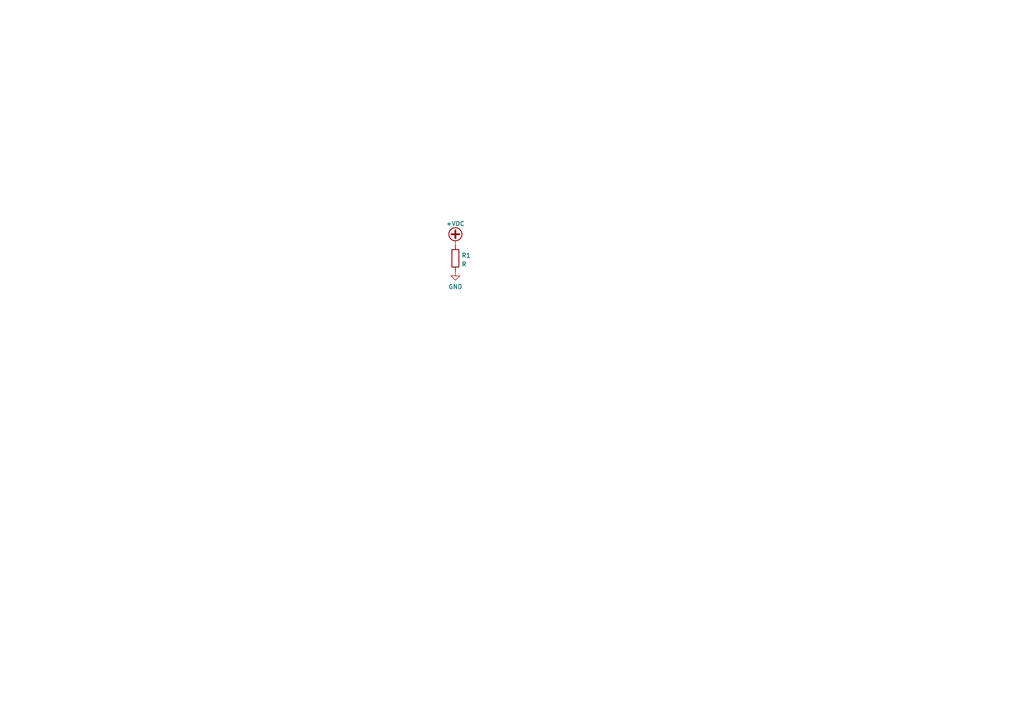
<source format=kicad_sch>
(kicad_sch (version 20211123) (generator eeschema)
  (paper "A4")
  (lib_symbols
    (symbol "Device:R" (pin_numbers hide) (pin_names (offset 0))
      (property "Reference" "R" (at 2.032 0 90))
      (property "Value" "R" (at 0 0 90))
      (symbol "R_0_1"
        (rectangle (start -1.016 -2.54) (end 1.016 2.54) (stroke (width 0.254)))
      )
      (symbol "R_1_1"
        (pin passive line (at 0 3.81 270) (length 1.27) (name "~") (number "1"))
        (pin passive line (at 0 -3.81 90) (length 1.27) (name "~") (number "2"))
      )
    )
    (symbol "power:+VDC" (power) (pin_names (offset 0))
      (property "Value" "+VDC" (at 0 6.35 0))
      (symbol "+VDC_0_1"
        (polyline (pts (xy -1.143 3.175) (xy 1.143 3.175)) (stroke (width 0.508)))
        (polyline (pts (xy 0 0) (xy 0 1.27)))
        (polyline (pts (xy 0 2.032) (xy 0 4.318)) (stroke (width 0.508)))
        (circle (center 0 3.175) (radius 1.905) (stroke (width 0.254)))
      )
      (symbol "+VDC_1_1"
        (pin power_in line (at 0 0 90) (length 0) hide (name "+VDC") (number "1"))
      )
    )
    (symbol "power:GND" (power) (pin_names (offset 0))
      (property "Value" "GND" (at 0 -3.81 0))
      (symbol "GND_0_1"
        (polyline (pts (xy 0 0) (xy 0 -1.27) (xy 1.27 -1.27) (xy 0 -2.54) (xy -1.27 -1.27) (xy 0 -1.27)))
      )
      (symbol "GND_1_1"
        (pin power_in line (at 0 0 270) (length 0) hide (name "GND") (number "1"))
      )
    )
  )
  (symbol (lib_id "Device:R") (at 132.08 74.93 0) (unit 1)
    (property "Reference" "R1" (at 133.858 74.0953 0) (effects (justify left)))
    (property "Value" "R" (at 133.858 76.6322 0) (effects (justify left)))
    (property "Footprint" "Resistor_SMD:R_0603_1608Metric" (effects hide))
  )
  (symbol (lib_id "power:+VDC") (at 132.08 71.12 0) (unit 1)
    (property "Reference" "#PWR0101" (effects hide))
    (property "Value" "+VDC" (at 132.08 64.8772 0))
  )
  (symbol (lib_id "power:GND") (at 132.08 78.74 0) (unit 1)
    (property "Reference" "#PWR0102" (effects hide))
    (property "Value" "GND" (at 132.08 83.1834 0))
  )
)
</source>
